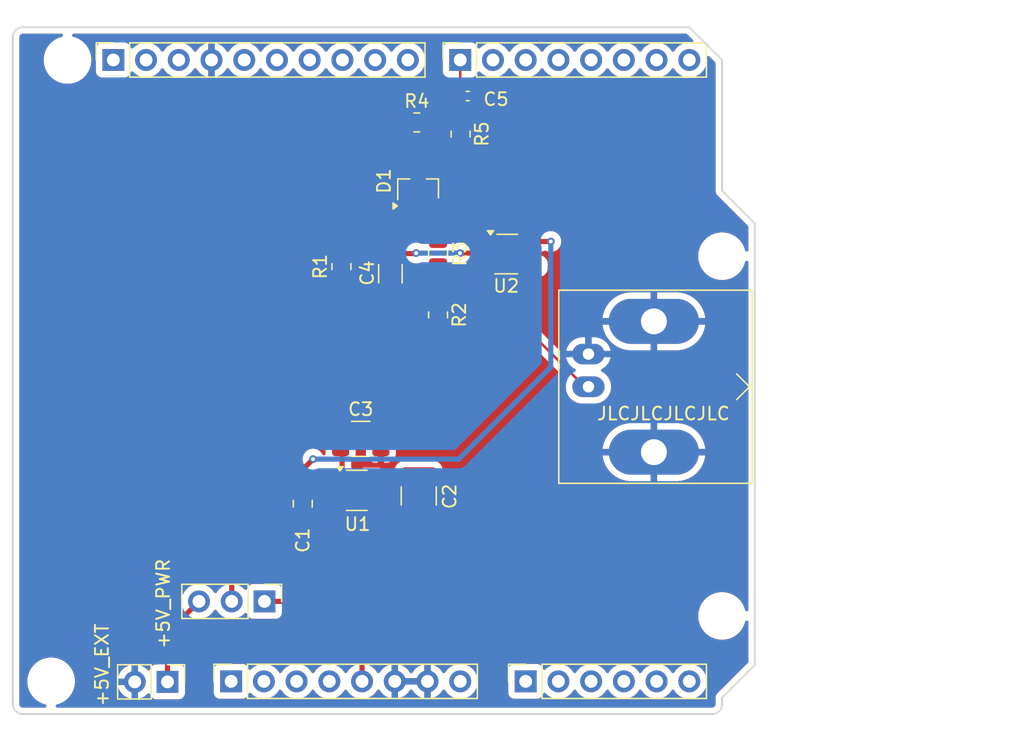
<source format=kicad_pcb>
(kicad_pcb (version 20240108) (generator "pcbnew") (generator_version "8.0")
  (title_block (date "mar. 31 mars 2015"))
  (layers (0 "F.Cu" signal "Front") (1 "In1.Cu" signal) (2 "In2.Cu" signal) (31 "B.Cu" signal "Back") (34 "B.Paste" user) (35 "F.Paste" user) (36 "B.SilkS" user "B.Silkscreen") (37 "F.SilkS" user "F.Silkscreen") (38 "B.Mask" user) (39 "F.Mask" user) (44 "Edge.Cuts" user))
  (net 0 "")
  (net 1 "GND")
  (net 3 "+5V")
  (net 4 "/IOREF")
  (net 5 "/A0")
  (net 6 "/A1")
  (net 7 "/A2")
  (net 8 "/A3")
  (net 9 "/SDA{slash}A4")
  (net 10 "/SCL{slash}A5")
  (net 11 "/13")
  (net 12 "/12")
  (net 13 "/AREF")
  (net 14 "/8")
  (net 15 "/7")
  (net 16 "/*11")
  (net 17 "/*10")
  (net 18 "/*9")
  (net 19 "/4")
  (net 20 "/2")
  (net 21 "/*6")
  (net 22 "/*5")
  (net 23 "/TX{slash}1")
  (net 24 "/*3")
  (net 25 "/RX{slash}0")
  (net 26 "+3V3")
  (net 27 "VCC")
  (net 28 "/~{RESET}")
  (net 29 "Net-(U1-C_{FLY-})")
  (net 30 "Net-(U1-C_{FLY+})")
  (net 31 "Net-(U1-OUT)")
  (net 32 "-5V")
  (net 33 "Net-(D1-Pad3)")
  (net 34 "Net-(U2-Out)")
  (net 35 "/+5V_STM")
  (net 36 "/+5V_EXT")
  (net 37 "/SIG_IN")
  (net 38 "Net-(U2-+In)")
  (footprint "Connector_PinSocket_2.54mm:PinSocket_1x08_P2.54mm_Vertical" (layer "F.Cu") (at 127.94 97.46 90)
    (property "Reference" "J1" (hide yes))
    (property "Value" "Power")
    (fp_line (start 1.33 -1.33) (end 1.33 0) (stroke (width 0.12)) (layer "F.SilkS"))
    (fp_line (start 0 -1.33) (end 1.33 -1.33) (stroke (width 0.12)) (layer "F.SilkS"))
    (fp_line (start 1.33 1.27) (end 1.33 19.11) (stroke (width 0.12)) (layer "F.SilkS"))
    (fp_line (start -1.33 1.27) (end 1.33 1.27) (stroke (width 0.12)) (layer "F.SilkS"))
    (fp_line (start -1.33 1.27) (end -1.33 19.11) (stroke (width 0.12)) (layer "F.SilkS"))
    (fp_line (start -1.33 19.11) (end 1.33 19.11) (stroke (width 0.12)) (layer "F.SilkS"))
    (pad "1" thru_hole rect (at 0 0 90) (size 1.7 1.7) (drill 1) (layers "*.Cu" "*.Mask"))
    (pad "2" thru_hole oval (at 0 2.54 90) (size 1.7 1.7) (drill 1) (layers "*.Cu" "*.Mask") (net 4 "/IOREF"))
    (pad "3" thru_hole oval (at 0 5.08 90) (size 1.7 1.7) (drill 1) (layers "*.Cu" "*.Mask") (net 28 "/~{RESET}"))
    (pad "4" thru_hole oval (at 0 7.62 90) (size 1.7 1.7) (drill 1) (layers "*.Cu" "*.Mask") (net 26 "+3V3"))
    (pad "5" thru_hole oval (at 0 10.16 90) (size 1.7 1.7) (drill 1) (layers "*.Cu" "*.Mask") (net 35 "/+5V_STM"))
    (pad "6" thru_hole oval (at 0 12.7 90) (size 1.7 1.7) (drill 1) (layers "*.Cu" "*.Mask") (net 1 "GND"))
    (pad "7" thru_hole oval (at 0 15.24 90) (size 1.7 1.7) (drill 1) (layers "*.Cu" "*.Mask") (net 1 "GND"))
    (pad "8" thru_hole oval (at 0 17.78 90) (size 1.7 1.7) (drill 1) (layers "*.Cu" "*.Mask") (net 27 "VCC"))
  )
  (footprint "Connector_PinSocket_2.54mm:PinSocket_1x06_P2.54mm_Vertical" (layer "F.Cu") (at 150.8 97.46 90)
    (property "Reference" "J3" (hide yes))
    (property "Value" "Analog")
    (fp_line (start 1.33 -1.33) (end 1.33 0) (stroke (width 0.12)) (layer "F.SilkS"))
    (fp_line (start 0 -1.33) (end 1.33 -1.33) (stroke (width 0.12)) (layer "F.SilkS"))
    (fp_line (start 1.33 1.27) (end 1.33 14.03) (stroke (width 0.12)) (layer "F.SilkS"))
    (fp_line (start -1.33 1.27) (end 1.33 1.27) (stroke (width 0.12)) (layer "F.SilkS"))
    (fp_line (start -1.33 1.27) (end -1.33 14.03) (stroke (width 0.12)) (layer "F.SilkS"))
    (fp_line (start -1.33 14.03) (end 1.33 14.03) (stroke (width 0.12)) (layer "F.SilkS"))
    (pad "1" thru_hole rect (at 0 0 90) (size 1.7 1.7) (drill 1) (layers "*.Cu" "*.Mask") (net 5 "/A0"))
    (pad "2" thru_hole oval (at 0 2.54 90) (size 1.7 1.7) (drill 1) (layers "*.Cu" "*.Mask") (net 6 "/A1"))
    (pad "3" thru_hole oval (at 0 5.08 90) (size 1.7 1.7) (drill 1) (layers "*.Cu" "*.Mask") (net 7 "/A2"))
    (pad "4" thru_hole oval (at 0 7.62 90) (size 1.7 1.7) (drill 1) (layers "*.Cu" "*.Mask") (net 8 "/A3"))
    (pad "5" thru_hole oval (at 0 10.16 90) (size 1.7 1.7) (drill 1) (layers "*.Cu" "*.Mask") (net 9 "/SDA{slash}A4"))
    (pad "6" thru_hole oval (at 0 12.7 90) (size 1.7 1.7) (drill 1) (layers "*.Cu" "*.Mask") (net 10 "/SCL{slash}A5"))
  )
  (footprint "Connector_PinSocket_2.54mm:PinSocket_1x10_P2.54mm_Vertical" (layer "F.Cu") (at 118.796 49.2 90)
    (property "Reference" "J2" (hide yes))
    (property "Value" "Digital/PWM")
    (fp_line (start 1.33 -1.33) (end 1.33 0) (stroke (width 0.12)) (layer "F.SilkS"))
    (fp_line (start 0 -1.33) (end 1.33 -1.33) (stroke (width 0.12)) (layer "F.SilkS"))
    (fp_line (start 1.33 1.27) (end 1.33 24.19) (stroke (width 0.12)) (layer "F.SilkS"))
    (fp_line (start -1.33 1.27) (end 1.33 1.27) (stroke (width 0.12)) (layer "F.SilkS"))
    (fp_line (start -1.33 1.27) (end -1.33 24.19) (stroke (width 0.12)) (layer "F.SilkS"))
    (fp_line (start -1.33 24.19) (end 1.33 24.19) (stroke (width 0.12)) (layer "F.SilkS"))
    (pad "1" thru_hole rect (at 0 0 90) (size 1.7 1.7) (drill 1) (layers "*.Cu" "*.Mask") (net 10 "/SCL{slash}A5"))
    (pad "2" thru_hole oval (at 0 2.54 90) (size 1.7 1.7) (drill 1) (layers "*.Cu" "*.Mask") (net 9 "/SDA{slash}A4"))
    (pad "3" thru_hole oval (at 0 5.08 90) (size 1.7 1.7) (drill 1) (layers "*.Cu" "*.Mask") (net 13 "/AREF"))
    (pad "4" thru_hole oval (at 0 7.62 90) (size 1.7 1.7) (drill 1) (layers "*.Cu" "*.Mask") (net 1 "GND"))
    (pad "5" thru_hole oval (at 0 10.16 90) (size 1.7 1.7) (drill 1) (layers "*.Cu" "*.Mask") (net 11 "/13"))
    (pad "6" thru_hole oval (at 0 12.7 90) (size 1.7 1.7) (drill 1) (layers "*.Cu" "*.Mask") (net 12 "/12"))
    (pad "7" thru_hole oval (at 0 15.24 90) (size 1.7 1.7) (drill 1) (layers "*.Cu" "*.Mask") (net 16 "/*11"))
    (pad "8" thru_hole oval (at 0 17.78 90) (size 1.7 1.7) (drill 1) (layers "*.Cu" "*.Mask") (net 17 "/*10"))
    (pad "9" thru_hole oval (at 0 20.32 90) (size 1.7 1.7) (drill 1) (layers "*.Cu" "*.Mask") (net 18 "/*9"))
    (pad "10" thru_hole oval (at 0 22.86 90) (size 1.7 1.7) (drill 1) (layers "*.Cu" "*.Mask") (net 14 "/8"))
  )
  (footprint "Connector_PinSocket_2.54mm:PinSocket_1x08_P2.54mm_Vertical" (layer "F.Cu") (at 145.72 49.2 90)
    (property "Reference" "J4" (hide yes))
    (property "Value" "Digital/PWM")
    (fp_line (start 1.33 -1.33) (end 1.33 0) (stroke (width 0.12)) (layer "F.SilkS"))
    (fp_line (start 0 -1.33) (end 1.33 -1.33) (stroke (width 0.12)) (layer "F.SilkS"))
    (fp_line (start 1.33 1.27) (end 1.33 19.11) (stroke (width 0.12)) (layer "F.SilkS"))
    (fp_line (start -1.33 1.27) (end 1.33 1.27) (stroke (width 0.12)) (layer "F.SilkS"))
    (fp_line (start -1.33 1.27) (end -1.33 19.11) (stroke (width 0.12)) (layer "F.SilkS"))
    (fp_line (start -1.33 19.11) (end 1.33 19.11) (stroke (width 0.12)) (layer "F.SilkS"))
    (pad "1" thru_hole rect (at 0 0 90) (size 1.7 1.7) (drill 1) (layers "*.Cu" "*.Mask") (net 15 "/7"))
    (pad "2" thru_hole oval (at 0 2.54 90) (size 1.7 1.7) (drill 1) (layers "*.Cu" "*.Mask") (net 21 "/*6"))
    (pad "3" thru_hole oval (at 0 5.08 90) (size 1.7 1.7) (drill 1) (layers "*.Cu" "*.Mask") (net 22 "/*5"))
    (pad "4" thru_hole oval (at 0 7.62 90) (size 1.7 1.7) (drill 1) (layers "*.Cu" "*.Mask") (net 19 "/4"))
    (pad "5" thru_hole oval (at 0 10.16 90) (size 1.7 1.7) (drill 1) (layers "*.Cu" "*.Mask") (net 24 "/*3"))
    (pad "6" thru_hole oval (at 0 12.7 90) (size 1.7 1.7) (drill 1) (layers "*.Cu" "*.Mask") (net 20 "/2"))
    (pad "7" thru_hole oval (at 0 15.24 90) (size 1.7 1.7) (drill 1) (layers "*.Cu" "*.Mask") (net 23 "/TX{slash}1"))
    (pad "8" thru_hole oval (at 0 17.78 90) (size 1.7 1.7) (drill 1) (layers "*.Cu" "*.Mask") (net 25 "/RX{slash}0"))
  )
  (footprint "Connector_PinHeader_2.54mm:PinHeader_1x02_P2.54mm_Vertical" (layer "F.Cu") (at 123 97.5 -90)
    (property "Reference" "J6" (hide yes))
    (property "Value" "+5V_EXT")
    (fp_line (start -1.33 3.87) (end 1.33 3.87) (stroke (width 0.12)) (layer "F.SilkS"))
    (fp_line (start -1.33 1.27) (end -1.33 3.87) (stroke (width 0.12)) (layer "F.SilkS"))
    (fp_line (start -1.33 1.27) (end 1.33 1.27) (stroke (width 0.12)) (layer "F.SilkS"))
    (fp_line (start 1.33 1.27) (end 1.33 3.87) (stroke (width 0.12)) (layer "F.SilkS"))
    (fp_line (start -1.33 0) (end -1.33 -1.33) (stroke (width 0.12)) (layer "F.SilkS"))
    (fp_line (start -1.33 -1.33) (end 0 -1.33) (stroke (width 0.12)) (layer "F.SilkS"))
    (pad "1" thru_hole rect (at 0 0 270) (size 1.7 1.7) (drill 1) (layers "*.Cu" "*.Mask") (net 36 "/+5V_EXT"))
    (pad "2" thru_hole oval (at 0 2.54 270) (size 1.7 1.7) (drill 1) (layers "*.Cu" "*.Mask") (net 1 "GND"))
  )
  (footprint "Resistor_SMD:R_0805_2012Metric_Pad1.20x1.40mm_HandSolder" (layer "F.Cu") (at 142.35 54.05)
    (property "Reference" "R4" (at 0 -1.65 0) (layer "F.SilkS"))
    (property "Value" "20k")
    (fp_line (start -0.227064 -0.735) (end 0.227064 -0.735) (stroke (width 0.12)) (layer "F.SilkS"))
    (fp_line (start -0.227064 0.735) (end 0.227064 0.735) (stroke (width 0.12)) (layer "F.SilkS"))
    (pad "1" smd roundrect (at -1 0) (size 1.2 1.4) (layers "F.Cu" "F.Paste" "F.Mask") (roundrect_rratio 0.208333) (net 33 "Net-(D1-Pad3)"))
    (pad "2" smd roundrect (at 1 0) (size 1.2 1.4) (layers "F.Cu" "F.Paste" "F.Mask") (roundrect_rratio 0.208333) (net 15 "/7"))
  )
  (footprint "Capacitor_SMD:C_1210_3225Metric_Pad1.33x2.70mm_HandSolder" (layer "F.Cu") (at 138 78.625)
    (property "Reference" "C3" (at 0 -2.3 0) (layer "F.SilkS"))
    (property "Value" "10uF")
    (fp_line (start -0.711252 -1.36) (end 0.711252 -1.36) (stroke (width 0.12)) (layer "F.SilkS"))
    (fp_line (start -0.711252 1.36) (end 0.711252 1.36) (stroke (width 0.12)) (layer "F.SilkS"))
    (pad "1" smd roundrect (at -1.5625 0) (size 1.325 2.7) (layers "F.Cu" "F.Paste" "F.Mask") (roundrect_rratio 0.188679) (net 31 "Net-(U1-OUT)"))
    (pad "2" smd roundrect (at 1.5625 0) (size 1.325 2.7) (layers "F.Cu" "F.Paste" "F.Mask") (roundrect_rratio 0.188679) (net 1 "GND"))
  )
  (footprint "Capacitor_SMD:C_0402_1005Metric_Pad0.74x0.62mm_HandSolder" (layer "F.Cu") (at 146.3 52)
    (property "Reference" "C5" (at 2.2 0.25 0) (layer "F.SilkS"))
    (property "Value" "10pF")
    (fp_line (start -0.115835 -0.36) (end 0.115835 -0.36) (stroke (width 0.12)) (layer "F.SilkS"))
    (fp_line (start -0.115835 0.36) (end 0.115835 0.36) (stroke (width 0.12)) (layer "F.SilkS"))
    (pad "1" smd roundrect (at -0.5675 0) (size 0.735 0.62) (layers "F.Cu" "F.Paste" "F.Mask") (net 15 "/7"))
    (pad "2" smd roundrect (at 0.5675 0) (size 0.735 0.62) (layers "F.Cu" "F.Paste" "F.Mask") (net 1 "GND"))
  )
  (footprint "Capacitor_SMD:C_1206_3216Metric_Pad1.33x1.80mm_HandSolder" (layer "F.Cu") (at 140.3 65.8 -90)
    (property "Reference" "C4" (at -0.05 1.8 90) (layer "F.SilkS"))
    (property "Value" "0.47uF")
    (fp_line (start -0.711252 0.91) (end 0.711252 0.91) (stroke (width 0.12)) (layer "F.SilkS"))
    (fp_line (start -0.711252 -0.91) (end 0.711252 -0.91) (stroke (width 0.12)) (layer "F.SilkS"))
    (pad "1" smd roundrect (at -1.5625 0 270) (size 1.325 1.8) (layers "F.Cu" "F.Paste" "F.Mask") (roundrect_rratio 0.188679) (net 32 "-5V"))
    (pad "2" smd roundrect (at 1.5625 0 270) (size 1.325 1.8) (layers "F.Cu" "F.Paste" "F.Mask") (roundrect_rratio 0.188679) (net 1 "GND"))
  )
  (footprint "Resistor_SMD:R_0805_2012Metric_Pad1.20x1.40mm_HandSolder" (layer "F.Cu") (at 144 64.2 -90)
    (property "Reference" "R3" (at 0.05 -1.7 90) (layer "F.SilkS"))
    (property "Value" "91k")
    (fp_line (start -0.227064 0.735) (end 0.227064 0.735) (stroke (width 0.12)) (layer "F.SilkS"))
    (fp_line (start -0.227064 -0.735) (end 0.227064 -0.735) (stroke (width 0.12)) (layer "F.SilkS"))
    (pad "1" smd roundrect (at -1 0 270) (size 1.2 1.4) (layers "F.Cu" "F.Paste" "F.Mask") (roundrect_rratio 0.208333) (net 34 "Net-(U2-Out)"))
    (pad "2" smd roundrect (at 1 0 270) (size 1.2 1.4) (layers "F.Cu" "F.Paste" "F.Mask") (roundrect_rratio 0.208333) (net 38 "Net-(U2-+In)"))
  )
  (footprint "Arduino_MountingHole:MountingHole_3.2mm" (layer "F.Cu") (at 115.24 49.2)
    (property "Reference" "MH1" (hide yes))
    (property "Value" "MountingHole_3.2mm" (hide yes))
    (pad "" np_thru_hole circle (at 0 0) (size 3.2 3.2) (drill 3.2) (layers "*.Cu" "*.Mask"))
  )
  (footprint "Capacitor_SMD:C_1210_3225Metric_Pad1.33x2.70mm_HandSolder" (layer "F.Cu") (at 142.5 83.0625 -90)
    (property "Reference" "C2" (at 0.0375 -2.4 90) (layer "F.SilkS"))
    (property "Value" "10uF")
    (fp_line (start -0.711252 1.36) (end 0.711252 1.36) (stroke (width 0.12)) (layer "F.SilkS"))
    (fp_line (start -0.711252 -1.36) (end 0.711252 -1.36) (stroke (width 0.12)) (layer "F.SilkS"))
    (pad "1" smd roundrect (at -1.5625 0 270) (size 1.325 2.7) (layers "F.Cu" "F.Paste" "F.Mask") (roundrect_rratio 0.188679) (net 30 "Net-(U1-C_{FLY+})"))
    (pad "2" smd roundrect (at 1.5625 0 270) (size 1.325 2.7) (layers "F.Cu" "F.Paste" "F.Mask") (roundrect_rratio 0.188679) (net 29 "Net-(U1-C_{FLY-})"))
  )
  (footprint "Resistor_SMD:R_0805_2012Metric_Pad1.20x1.40mm_HandSolder" (layer "F.Cu") (at 144 69 -90)
    (property "Reference" "R2" (at 0 -1.65 90) (layer "F.SilkS"))
    (property "Value" "10k")
    (fp_line (start -0.227064 0.735) (end 0.227064 0.735) (stroke (width 0.12)) (layer "F.SilkS"))
    (fp_line (start -0.227064 -0.735) (end 0.227064 -0.735) (stroke (width 0.12)) (layer "F.SilkS"))
    (pad "1" smd roundrect (at -1 0 270) (size 1.2 1.4) (layers "F.Cu" "F.Paste" "F.Mask") (roundrect_rratio 0.208333) (net 38 "Net-(U2-+In)"))
    (pad "2" smd roundrect (at 1 0 270) (size 1.2 1.4) (layers "F.Cu" "F.Paste" "F.Mask") (roundrect_rratio 0.208333) (net 1 "GND"))
  )
  (footprint "Package_TO_SOT_SMD:SOT-23-5" (layer "F.Cu") (at 137.6875 82.625)
    (property "Reference" "U1" (at 0.0625 2.625 180) (layer "F.SilkS"))
    (property "Value" "TPS60401DBV" (hide yes))
    (fp_line (start 0 -1.56) (end -0.8 -1.56) (stroke (width 0.12)) (layer "F.SilkS"))
    (fp_line (start 0 -1.56) (end 0.8 -1.56) (stroke (width 0.12)) (layer "F.SilkS"))
    (fp_line (start 0 1.56) (end -0.8 1.56) (stroke (width 0.12)) (layer "F.SilkS"))
    (fp_line (start 0 1.56) (end 0.8 1.56) (stroke (width 0.12)) (layer "F.SilkS"))
    (fp_poly (pts (xy -1.3 -1.51) (xy -1.54 -1.84) (xy -1.06 -1.84) (xy -1.3 -1.51)) (stroke (width 0.12)) (fill solid) (layer "F.SilkS"))
    (pad "1" smd roundrect (at -1.1375 -0.95) (size 1.325 0.6) (layers "F.Cu" "F.Paste" "F.Mask") (net 31 "Net-(U1-OUT)"))
    (pad "2" smd roundrect (at -1.1375 0) (size 1.325 0.6) (layers "F.Cu" "F.Paste" "F.Mask") (net 3 "+5V"))
    (pad "3" smd roundrect (at -1.1375 0.95) (size 1.325 0.6) (layers "F.Cu" "F.Paste" "F.Mask") (net 29 "Net-(U1-C_{FLY-})"))
    (pad "4" smd roundrect (at 1.1375 0.95) (size 1.325 0.6) (layers "F.Cu" "F.Paste" "F.Mask") (net 1 "GND"))
    (pad "5" smd roundrect (at 1.1375 -0.95) (size 1.325 0.6) (layers "F.Cu" "F.Paste" "F.Mask") (net 30 "Net-(U1-C_{FLY+})"))
  )
  (footprint "Resistor_SMD:R_0805_2012Metric_Pad1.20x1.40mm_HandSolder" (layer "F.Cu") (at 145.75 54.95 -90)
    (property "Reference" "R5" (at 0 -1.65 90) (layer "F.SilkS"))
    (property "Value" "62k")
    (fp_line (start -0.227064 0.735) (end 0.227064 0.735) (stroke (width 0.12)) (layer "F.SilkS"))
    (fp_line (start -0.227064 -0.735) (end 0.227064 -0.735) (stroke (width 0.12)) (layer "F.SilkS"))
    (pad "1" smd roundrect (at -1 0 270) (size 1.2 1.4) (layers "F.Cu" "F.Paste" "F.Mask") (roundrect_rratio 0.208333) (net 15 "/7"))
    (pad "2" smd roundrect (at 1 0 270) (size 1.2 1.4) (layers "F.Cu" "F.Paste" "F.Mask") (roundrect_rratio 0.208333) (net 1 "GND"))
  )
  (footprint "Package_TO_SOT_SMD:TSOT-23-5_HandSoldering" (layer "F.Cu") (at 149.29 64.25)
    (property "Reference" "U2" (at 0 2.5 0) (layer "F.SilkS"))
    (property "Value" "OPA210" (hide yes))
    (fp_line (start -0.88 1.56) (end 0.88 1.56) (stroke (width 0.12)) (layer "F.SilkS"))
    (fp_line (start 0.08 -1.51) (end -0.72 -1.51) (stroke (width 0.12)) (layer "F.SilkS"))
    (fp_line (start 0.08 -1.51) (end 0.88 -1.51) (stroke (width 0.12)) (layer "F.SilkS"))
    (fp_poly (pts (xy -1.22 -1.46) (xy -1.46 -1.79) (xy -0.98 -1.79) (xy -1.22 -1.46)) (stroke (width 0.12)) (fill solid) (layer "F.SilkS"))
    (pad "1" smd roundrect (at -1.71 -0.95) (size 2 0.65) (layers "F.Cu" "F.Paste" "F.Mask") (net 34 "Net-(U2-Out)"))
    (pad "2" smd roundrect (at -1.71 0) (size 2 0.65) (layers "F.Cu" "F.Paste" "F.Mask") (net 32 "-5V"))
    (pad "3" smd roundrect (at -1.71 0.95) (size 2 0.65) (layers "F.Cu" "F.Paste" "F.Mask") (net 38 "Net-(U2-+In)"))
    (pad "4" smd roundrect (at 1.71 0.95) (size 2 0.65) (layers "F.Cu" "F.Paste" "F.Mask") (net 37 "/SIG_IN"))
    (pad "5" smd roundrect (at 1.71 -0.95) (size 2 0.65) (layers "F.Cu" "F.Paste" "F.Mask") (net 3 "+5V"))
  )
  (footprint "Connector_PinHeader_2.54mm:PinHeader_1x03_P2.54mm_Vertical" (layer "F.Cu") (at 130.525 91.25 -90)
    (property "Reference" "J5" (hide yes))
    (property "Value" "+5V_PWR")
    (fp_line (start -1.33 6.41) (end 1.33 6.41) (stroke (width 0.12)) (layer "F.SilkS"))
    (fp_line (start -1.33 1.27) (end -1.33 6.41) (stroke (width 0.12)) (layer "F.SilkS"))
    (fp_line (start -1.33 1.27) (end 1.33 1.27) (stroke (width 0.12)) (layer "F.SilkS"))
    (fp_line (start 1.33 1.27) (end 1.33 6.41) (stroke (width 0.12)) (layer "F.SilkS"))
    (fp_line (start -1.33 0) (end -1.33 -1.33) (stroke (width 0.12)) (layer "F.SilkS"))
    (fp_line (start -1.33 -1.33) (end 0 -1.33) (stroke (width 0.12)) (layer "F.SilkS"))
    (pad "1" thru_hole rect (at 0 0 270) (size 1.7 1.7) (drill 1) (layers "*.Cu" "*.Mask") (net 35 "/+5V_STM"))
    (pad "2" thru_hole oval (at 0 2.54 270) (size 1.7 1.7) (drill 1) (layers "*.Cu" "*.Mask") (net 3 "+5V"))
    (pad "3" thru_hole oval (at 0 5.08 270) (size 1.7 1.7) (drill 1) (layers "*.Cu" "*.Mask") (net 36 "/+5V_EXT"))
  )
  (footprint "Resistor_SMD:R_0805_2012Metric_Pad1.20x1.40mm_HandSolder" (layer "F.Cu") (at 136.5 65.25 90)
    (property "Reference" "R1" (at 0 -1.65 90) (layer "F.SilkS"))
    (property "Value" "22")
    (fp_line (start -0.227064 -0.735) (end 0.227064 -0.735) (stroke (width 0.12)) (layer "F.SilkS"))
    (fp_line (start -0.227064 0.735) (end 0.227064 0.735) (stroke (width 0.12)) (layer "F.SilkS"))
    (pad "1" smd roundrect (at -1 0 90) (size 1.2 1.4) (layers "F.Cu" "F.Paste" "F.Mask") (roundrect_rratio 0.208333) (net 31 "Net-(U1-OUT)"))
    (pad "2" smd roundrect (at 1 0 90) (size 1.2 1.4) (layers "F.Cu" "F.Paste" "F.Mask") (roundrect_rratio 0.208333) (net 32 "-5V"))
  )
  (footprint "Connector_Coaxial:BNC_Amphenol_B6252HB-NPP3G-50_Horizontal" (layer "F.Cu") (at 155.67 74.58 -90)
    (property "Reference" "J7" (hide yes))
    (property "Value" "Conn_Coaxial" (hide yes))
    (fp_line (start -7.5 2.3) (end -7.5 -12.7) (stroke (width 0.12)) (layer "F.SilkS"))
    (fp_line (start 7.5 2.3) (end -7.5 2.3) (stroke (width 0.12)) (layer "F.SilkS"))
    (fp_line (start 0 -12.5) (end -1 -11.5) (stroke (width 0.12)) (layer "F.SilkS"))
    (fp_line (start 0 -12.5) (end 1 -11.5) (stroke (width 0.12)) (layer "F.SilkS"))
    (fp_line (start -7.5 -12.7) (end 7.5 -12.7) (stroke (width 0.12)) (layer "F.SilkS"))
    (fp_line (start 7.5 -12.7) (end 7.5 2.3) (stroke (width 0.12)) (layer "F.SilkS"))
    (pad "1" thru_hole oval (at 0 0 270) (size 1.6 2.5) (drill 0.89) (layers "*.Cu" "*.Mask") (net 37 "/SIG_IN"))
    (pad "2" thru_hole oval (at -5.08 -5.08 270) (size 3.5 7) (drill 2.01) (layers "*.Cu" "*.Mask") (net 1 "GND"))
    (pad "2" thru_hole oval (at -2.54 0 270) (size 1.6 2.5) (drill 0.89) (layers "*.Cu" "*.Mask") (net 1 "GND"))
    (pad "2" thru_hole oval (at 5.08 -5.08 270) (size 3.5 7) (drill 2.01) (layers "*.Cu" "*.Mask") (net 1 "GND"))
  )
  (footprint "Capacitor_SMD:C_0805_2012Metric_Pad1.18x1.45mm_HandSolder" (layer "F.Cu") (at 133.5 83.6625 -90)
    (property "Reference" "C1" (at 2.8375 0 90) (layer "F.SilkS"))
    (property "Value" "1uF")
    (fp_line (start -0.261252 0.735) (end 0.261252 0.735) (stroke (width 0.12)) (layer "F.SilkS"))
    (fp_line (start -0.261252 -0.735) (end 0.261252 -0.735) (stroke (width 0.12)) (layer "F.SilkS"))
    (pad "1" smd roundrect (at -1.0375 0 270) (size 1.175 1.45) (layers "F.Cu" "F.Paste" "F.Mask") (roundrect_rratio 0.212766) (net 3 "+5V"))
    (pad "2" smd roundrect (at 1.0375 0 270) (size 1.175 1.45) (layers "F.Cu" "F.Paste" "F.Mask") (roundrect_rratio 0.212766) (net 1 "GND"))
  )
  (footprint "Package_TO_SOT_SMD:SOT-23_Handsoldering" (layer "F.Cu") (at 142.45 59.2 90)
    (property "Reference" "D1" (at 0.6 -2.65 90) (layer "F.SilkS"))
    (property "Value" "BAS70-00" (hide yes))
    (fp_line (start 0.76 -1.58) (end 0.76 -0.65) (stroke (width 0.12)) (layer "F.SilkS"))
    (fp_line (start -0.04 -1.58) (end 0.76 -1.58) (stroke (width 0.12)) (layer "F.SilkS"))
    (fp_line (start -0.04 -1.58) (end -0.84 -1.58) (stroke (width 0.12)) (layer "F.SilkS"))
    (fp_line (start 0.76 1.58) (end 0.76 0.65) (stroke (width 0.12)) (layer "F.SilkS"))
    (fp_line (start 0.76 1.58) (end -0.7 1.58) (stroke (width 0.12)) (layer "F.SilkS"))
    (fp_poly (pts (xy -1.34 -1.61) (xy -1.58 -1.94) (xy -1.1 -1.94) (xy -1.34 -1.61)) (stroke (width 0.12)) (fill solid) (layer "F.SilkS"))
    (pad "1" smd roundrect (at -1.5 -0.95 90) (size 1.9 0.8) (layers "F.Cu" "F.Paste" "F.Mask") (net 34 "Net-(U2-Out)"))
    (pad "2" smd roundrect (at -1.5 0.95 90) (size 1.9 0.8) (layers "F.Cu" "F.Paste" "F.Mask"))
    (pad "3" smd roundrect (at 1.5 0 90) (size 1.9 0.8) (layers "F.Cu" "F.Paste" "F.Mask") (net 33 "Net-(D1-Pad3)"))
  )
  (footprint "Arduino_MountingHole:MountingHole_3.2mm" (layer "F.Cu") (at 113.97 97.46)
    (property "Reference" "MH2" (hide yes))
    (property "Value" "MountingHole_3.2mm" (hide yes))
    (pad "" np_thru_hole circle (at 0 0) (size 3.2 3.2) (drill 3.2) (layers "*.Cu" "*.Mask"))
  )
  (footprint "Arduino_MountingHole:MountingHole_3.2mm" (layer "F.Cu") (at 166.04 64.44)
    (property "Reference" "MH3" (hide yes))
    (property "Value" "MountingHole_3.2mm" (hide yes))
    (pad "" np_thru_hole circle (at 0 0) (size 3.2 3.2) (drill 3.2) (layers "*.Cu" "*.Mask"))
  )
  (footprint "Arduino_MountingHole:MountingHole_3.2mm" (layer "F.Cu") (at 166.04 92.38)
    (property "Reference" "MH4" (hide yes))
    (property "Value" "MountingHole_3.2mm" (hide yes))
    (pad "" np_thru_hole circle (at 0 0) (size 3.2 3.2) (drill 3.2) (layers "*.Cu" "*.Mask"))
  )
  (gr_line (start 166.04 59.36) (end 168.58 61.9) (stroke (width 0.15)) (layer "Edge.Cuts"))
  (gr_line (start 111 99.238) (end 111 47.422) (stroke (width 0.15)) (layer "Edge.Cuts"))
  (gr_line (start 168.58 61.9) (end 168.58 96.19) (stroke (width 0.15)) (layer "Edge.Cuts"))
  (gr_line (start 165.278 100) (end 111.762 100) (stroke (width 0.15)) (layer "Edge.Cuts"))
  (gr_line (start 111.762 46.66) (end 163.5 46.66) (stroke (width 0.15)) (layer "Edge.Cuts"))
  (gr_arc (start 111.762 100) (mid 111.223185 99.776815) (end 111 99.238) (stroke (width 0.15)) (layer "Edge.Cuts"))
  (gr_line (start 168.58 96.19) (end 166.04 98.73) (stroke (width 0.15)) (layer "Edge.Cuts"))
  (gr_line (start 163.5 46.66) (end 166.04 49.2) (stroke (width 0.15)) (layer "Edge.Cuts"))
  (gr_arc (start 166.04 99.238) (mid 165.816815 99.776815) (end 165.278 100) (stroke (width 0.15)) (layer "Edge.Cuts"))
  (gr_line (start 166.04 49.2) (end 166.04 59.36) (stroke (width 0.15)) (layer "Edge.Cuts"))
  (gr_line (start 166.04 98.73) (end 166.04 99.238) (stroke (width 0.15)) (layer "Edge.Cuts"))
  (gr_arc (start 111 47.422) (mid 111.223185 46.883185) (end 111.762 46.66) (stroke (width 0.15)) (layer "Edge.Cuts"))
  (gr_text "+5V_PWR" (at 123.25 95 90) (layer "F.SilkS") (effects (font (size 1 1) (thickness 0.1524) (bold yes)) (justify left bottom)))
  (gr_text "+5V_EXT" (at 118.5 99.5 90) (layer "F.SilkS") (effects (font (size 1 1) (thickness 0.1524) (bold yes)) (justify left bottom)))
  (gr_text "JLCJLCJLCJLC" (at 156.25 77.25 0) (layer "F.SilkS") (effects (font (size 1 1) (thickness 0.1524) (bold yes)) (justify left bottom)))
  (segment (start 152.75 63.3) (end 151 63.3) (width 0.4) (layer "F.Cu") (net 3))
  (segment (start 127.985 91.25) (end 127.985 87.015) (width 0.4) (layer "F.Cu") (net 3))
  (segment (start 133.5 82.625) (end 136.55 82.625) (width 0.4) (layer "F.Cu") (net 3))
  (segment (start 133.5 81) (end 134.3 80.2) (width 0.4) (layer "F.Cu") (net 3))
  (segment (start 133.5 82.625) (end 133.5 81) (width 0.4) (layer "F.Cu") (net 3))
  (segment (start 127.985 87.015) (end 132.375 82.625) (width 0.4) (layer "F.Cu") (net 3))
  (segment (start 132.375 82.625) (end 133.5 82.625) (width 0.4) (layer "F.Cu") (net 3))
  (via (at 152.75 63.3) (size 0.6) (drill 0.3) (layers "F.Cu" "B.Cu") (net 3))
  (via (at 134.3 80.2) (size 0.6) (drill 0.3) (layers "F.Cu" "B.Cu") (net 3))
  (segment (start 152.75 63.3) (end 152.75 73.05) (width 0.4) (layer "B.Cu") (net 3))
  (segment (start 152.75 73.05) (end 145.6 80.2) (width 0.4) (layer "B.Cu") (net 3))
  (segment (start 145.6 80.2) (end 134.3 80.2) (width 0.4) (layer "B.Cu") (net 3))
  (segment (start 145.75 53.95) (end 145.75 52.0175) (width 0.2) (layer "F.Cu") (net 15))
  (segment (start 145.7325 51.8675) (end 145.72 51.855) (width 0.2) (layer "F.Cu") (net 15))
  (segment (start 143.35 54.05) (end 143.45 53.95) (width 0.2) (layer "F.Cu") (net 15))
  (segment (start 145.75 52.0175) (end 145.7325 52) (width 0.2) (layer "F.Cu") (net 15))
  (segment (start 145.7325 52) (end 145.7325 51.8675) (width 0.2) (layer "F.Cu") (net 15))
  (segment (start 145.72 51.855) (end 145.72 49.2) (width 0.2) (layer "F.Cu") (net 15))
  (segment (start 143.45 53.95) (end 145.75 53.95) (width 0.2) (layer "F.Cu") (net 15))
  (segment (start 137.975 85) (end 142.125 85) (width 0.4) (layer "F.Cu") (net 29))
  (segment (start 142.125 85) (end 142.5 84.625) (width 0.4) (layer "F.Cu") (net 29))
  (segment (start 136.55 83.575) (end 137.975 85) (width 0.4) (layer "F.Cu") (net 29))
  (segment (start 142.325 81.675) (end 142.5 81.5) (width 0.4) (layer "F.Cu") (net 30))
  (segment (start 138.925 81.675) (end 139 81.75) (width 0.4) (layer "F.Cu") (net 30))
  (segment (start 138.825 81.675) (end 142.325 81.675) (width 0.4) (layer "F.Cu") (net 30))
  (segment (start 138.825 81.675) (end 138.925 81.675) (width 0.4) (layer "F.Cu") (net 30))
  (segment (start 136.4375 78.625) (end 136.4375 66.3125) (width 0.4) (layer "F.Cu") (net 31))
  (segment (start 136.4375 66.3125) (end 136.5 66.25) (width 0.4) (layer "F.Cu") (net 31))
  (segment (start 136.55 78.7375) (end 136.4375 78.625) (width 0.4) (layer "F.Cu") (net 31))
  (segment (start 136.55 81.675) (end 136.55 78.7375) (width 0.4) (layer "F.Cu") (net 31))
  (segment (start 147.53 64.2) (end 147.58 64.25) (width 0.4) (layer "F.Cu") (net 32))
  (segment (start 145.7 64.2) (end 147.53 64.2) (width 0.4) (layer "F.Cu") (net 32))
  (segment (start 140.2875 64.25) (end 140.3 64.2375) (width 0.4) (layer "F.Cu") (net 32))
  (segment (start 142.2625 64.2375) (end 142.3 64.2) (width 0.4) (layer "F.Cu") (net 32))
  (segment (start 136.5 64.25) (end 140.2875 64.25) (width 0.4) (layer "F.Cu") (net 32))
  (segment (start 140.3 64.2375) (end 142.2625 64.2375) (width 0.4) (layer "F.Cu") (net 32))
  (via (at 142.3 64.2) (size 0.6) (drill 0.3) (layers "F.Cu" "B.Cu") (net 32))
  (via (at 145.7 64.2) (size 0.6) (drill 0.3) (layers "F.Cu" "B.Cu") (net 32))
  (segment (start 142.3 64.2) (end 145.7 64.2) (width 0.4) (layer "B.Cu") (net 32))
  (segment (start 141.35 55.95) (end 141.35 54.05) (width 0.2) (layer "F.Cu") (net 33))
  (segment (start 142.45 57.05) (end 141.35 55.95) (width 0.2) (layer "F.Cu") (net 33))
  (segment (start 142.45 57.7) (end 142.45 57.05) (width 0.2) (layer "F.Cu") (net 33))
  (segment (start 141.5 61.5) (end 141.5 60.7) (width 0.4) (layer "F.Cu") (net 34))
  (segment (start 144 63.2) (end 147.48 63.2) (width 0.2) (layer "F.Cu") (net 34))
  (segment (start 142.8 63.2) (end 141.5 61.9) (width 0.2) (layer "F.Cu") (net 34))
  (segment (start 147.48 63.2) (end 147.58 63.3) (width 0.2) (layer "F.Cu") (net 34))
  (segment (start 141.5 61.9) (end 141.5 60.7) (width 0.2) (layer "F.Cu") (net 34))
  (segment (start 144 63.2) (end 142.8 63.2) (width 0.2) (layer "F.Cu") (net 34))
  (segment (start 130.525 91.25) (end 133.75 91.25) (width 0.4) (layer "F.Cu") (net 35))
  (segment (start 138.1 95.6) (end 138.1 97.46) (width 0.4) (layer "F.Cu") (net 35))
  (segment (start 133.75 91.25) (end 138.1 95.6) (width 0.4) (layer "F.Cu") (net 35))
  (segment (start 123 93.695) (end 125.445 91.25) (width 0.4) (layer "F.Cu") (net 36))
  (segment (start 123 97.5) (end 123 93.695) (width 0.4) (layer "F.Cu") (net 36))
  (segment (start 151 65.2) (end 151 70.2) (width 0.2) (layer "F.Cu") (net 37))
  (segment (start 155.38 74.58) (end 155.92 74.58) (width 0.2) (layer "F.Cu") (net 37))
  (segment (start 151 70.2) (end 155.38 74.58) (width 0.2) (layer "F.Cu") (net 37))
  (segment (start 144 65.2) (end 144 68) (width 0.2) (layer "F.Cu") (net 38))
  (segment (start 144 65.2) (end 147.58 65.2) (width 0.2) (layer "F.Cu") (net 38))
  (zone (net 1) (net_name "GND") (layers "F&B.Cu") (connect_pads (clearance 0.508)) (min_thickness 0.25) (fill yes (thermal_gap 0.5) (thermal_bridge_width 0.5))
    (polygon (pts (xy 110 46) (xy 110 101) (xy 170 101) (xy 170 46)))
  )
)
</source>
